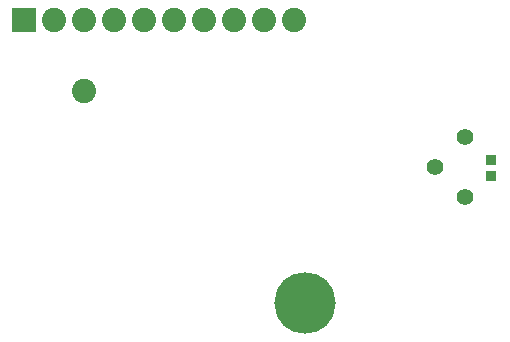
<source format=gbr>
%TF.GenerationSoftware,Altium Limited,Altium Designer,24.0.1 (36)*%
G04 Layer_Color=16711935*
%FSLAX45Y45*%
%MOMM*%
%TF.SameCoordinates,8AA56912-9505-4270-891B-A046144FA8B4*%
%TF.FilePolarity,Negative*%
%TF.FileFunction,Soldermask,Bot*%
%TF.Part,Single*%
G01*
G75*
%TA.AperFunction,ComponentPad*%
%ADD24C,5.20320*%
%ADD25C,2.05320*%
%ADD26R,2.05320X2.05320*%
%ADD27C,1.40320*%
%TA.AperFunction,ViaPad*%
%ADD28C,2.05320*%
%TA.AperFunction,SMDPad,CuDef*%
G04:AMPARAMS|DCode=29|XSize=0.862mm|YSize=0.862mm|CornerRadius=0.0881mm|HoleSize=0mm|Usage=FLASHONLY|Rotation=90.000|XOffset=0mm|YOffset=0mm|HoleType=Round|Shape=RoundedRectangle|*
%AMROUNDEDRECTD29*
21,1,0.86200,0.68580,0,0,90.0*
21,1,0.68580,0.86200,0,0,90.0*
1,1,0.17620,0.34290,0.34290*
1,1,0.17620,0.34290,-0.34290*
1,1,0.17620,-0.34290,-0.34290*
1,1,0.17620,-0.34290,0.34290*
%
%ADD29ROUNDEDRECTD29*%
D24*
X10400000Y6350000D02*
D03*
D25*
X10306000Y8750000D02*
D03*
X10052000D02*
D03*
X8782000D02*
D03*
X8528000D02*
D03*
X8274000D02*
D03*
X9036000D02*
D03*
X9290000D02*
D03*
X9544000D02*
D03*
X9798000D02*
D03*
D26*
X8020000D02*
D03*
D27*
X11500000Y7500000D02*
D03*
X11754000Y7246000D02*
D03*
Y7754000D02*
D03*
D28*
X8528000Y8150000D02*
D03*
D29*
X11973435Y7564700D02*
D03*
Y7425000D02*
D03*
%TF.MD5,1758c7449eed8e95dbbc5ad39af28320*%
M02*

</source>
